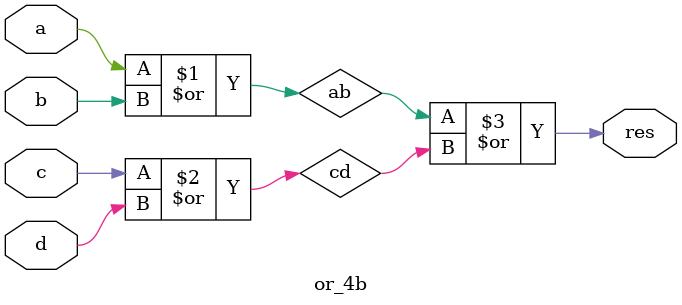
<source format=v>
module or_4b( output wire res, input wire a, input wire b, input wire c, input wire d);
    wire ab, cd; // Intermediate wires
    or (ab, a, b); // OR gate for a and b
    or (cd, c, d); // OR gate for c and d
    or (res, ab, cd); // OR gate for ab and cd
endmodule
</source>
